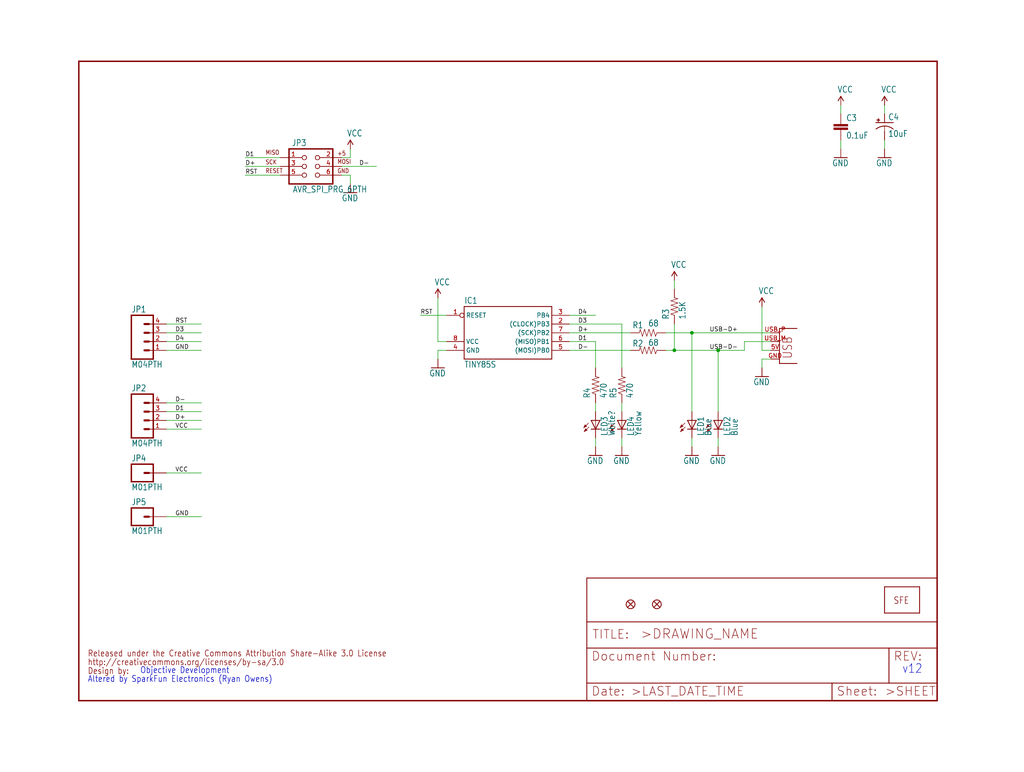
<source format=kicad_sch>
(kicad_sch (version 20211123) (generator eeschema)
  (paper "User" 297.002 223.926)
  (lib_symbols
    (symbol "schematicEagle-eagle-import:AVR_SPI_PRG_6PTH"
      (property "Value" "AVR_SPI_PRG_6PTH" (at -4.064 -7.62 0))
      (symbol "AVR_SPI_PRG_6PTH_1_0"
        (polyline (pts (xy -5.08 -5.08) (xy 7.62 -5.08)) (stroke (width 0.4064)))
        (polyline (pts (xy -5.08 5.08) (xy -5.08 -5.08)) (stroke (width 0.4064)))
        (polyline (pts (xy 7.62 -5.08) (xy 7.62 5.08)) (stroke (width 0.4064)))
        (polyline (pts (xy 7.62 5.08) (xy -5.08 5.08)) (stroke (width 0.4064)))
        (text "+5" (at 8.89 3.048 0) (effects (font (size 1.27 1.0795)) (justify left bottom)))
        (text "GND" (at 8.89 -2.032 0) (effects (font (size 1.27 1.0795)) (justify left bottom)))
        (text "MISO" (at -11.938 3.302 0) (effects (font (size 1.27 1.0795)) (justify left bottom)))
        (text "MOSI" (at 8.89 0.635 0) (effects (font (size 1.27 1.0795)) (justify left bottom)))
        (text "RESET" (at -11.938 -2.032 0) (effects (font (size 1.27 1.0795)) (justify left bottom)))
        (text "SCK" (at -11.938 0.508 0) (effects (font (size 1.27 1.0795)) (justify left bottom)))
        (pin passive inverted (at -7.62 2.54 0) (length 7.62) (name "1") (number "1"))
        (pin passive inverted (at 10.16 2.54 180) (length 7.62) (name "2") (number "2"))
        (pin passive inverted (at -7.62 0 0) (length 7.62) (name "3") (number "3"))
        (pin passive inverted (at 10.16 0 180) (length 7.62) (name "4") (number "4"))
        (pin passive inverted (at -7.62 -2.54 0) (length 7.62) (name "5") (number "5"))
        (pin passive inverted (at 10.16 -2.54 180) (length 7.62) (name "6") (number "6"))
      )
    )
    (symbol "schematicEagle-eagle-import:CAP0402-CAP"
      (property "Reference" "C" (at 1.524 2.921 0))
      (property "Value" "CAP0402-CAP" (at 1.524 -2.159 0))
      (symbol "CAP0402-CAP_1_0"
        (rectangle (start -2.032 0.508) (end 2.032 1.016) (fill (type outline)))
        (rectangle (start -2.032 1.524) (end 2.032 2.032) (fill (type outline)))
        (polyline (pts (xy 0 0) (xy 0 0.508)) (stroke (width 0.1524)))
        (polyline (pts (xy 0 2.54) (xy 0 2.032)) (stroke (width 0.1524)))
        (pin passive line (at 0 5.08 270) (length 2.54) (name "1") (number "1"))
        (pin passive line (at 0 -2.54 90) (length 2.54) (name "2") (number "2"))
      )
    )
    (symbol "schematicEagle-eagle-import:CAP_POL1206"
      (property "Reference" "C" (at 1.016 0.635 0))
      (property "Value" "CAP_POL1206" (at 1.016 -4.191 0))
      (symbol "CAP_POL1206_1_0"
        (rectangle (start -2.253 0.668) (end -1.364 0.795) (fill (type outline)))
        (rectangle (start -1.872 0.287) (end -1.745 1.176) (fill (type outline)))
        (arc (start 0 -1.0161) (mid -1.3021 -1.2302) (end -2.4669 -1.8504) (stroke (width 0.254)))
        (polyline (pts (xy -2.54 0) (xy 2.54 0)) (stroke (width 0.254)))
        (polyline (pts (xy 0 -1.016) (xy 0 -2.54)) (stroke (width 0.1524)))
        (arc (start 2.4892 -1.8542) (mid 1.3158 -1.2195) (end 0 -1) (stroke (width 0.254)))
        (pin passive line (at 0 2.54 270) (length 2.54) (name "+") (number "A"))
        (pin passive line (at 0 -5.08 90) (length 2.54) (name "-") (number "C"))
      )
    )
    (symbol "schematicEagle-eagle-import:CREATIVE_COMMONS"
      (symbol "CREATIVE_COMMONS_1_0"
        (text "Design by:" (at 0 0 0) (effects (font (size 1.778 1.5113)) (justify left bottom)))
        (text "http://creativecommons.org/licenses/by-sa/3.0" (at 0 2.54 0) (effects (font (size 1.778 1.5113)) (justify left bottom)))
        (text "Released under the Creative Commons Attribution Share-Alike 3.0 License" (at 0 5.08 0) (effects (font (size 1.778 1.5113)) (justify left bottom)))
      )
    )
    (symbol "schematicEagle-eagle-import:FIDUCIAL1X2"
      (symbol "FIDUCIAL1X2_1_0"
        (polyline (pts (xy -0.762 0.762) (xy 0.762 -0.762)) (stroke (width 0.254)))
        (polyline (pts (xy 0.762 0.762) (xy -0.762 -0.762)) (stroke (width 0.254)))
        (circle (center 0 0) (radius 1.27) (stroke (width 0.254)))
      )
    )
    (symbol "schematicEagle-eagle-import:FRAME-LETTER"
      (symbol "FRAME-LETTER_1_0"
        (polyline (pts (xy 0 0) (xy 248.92 0)) (stroke (width 0.4064)))
        (polyline (pts (xy 0 185.42) (xy 0 0)) (stroke (width 0.4064)))
        (polyline (pts (xy 0 185.42) (xy 248.92 185.42)) (stroke (width 0.4064)))
        (polyline (pts (xy 248.92 185.42) (xy 248.92 0)) (stroke (width 0.4064)))
      )
      (symbol "FRAME-LETTER_2_0"
        (polyline (pts (xy 0 0) (xy 0 5.08)) (stroke (width 0.254)))
        (polyline (pts (xy 0 0) (xy 71.12 0)) (stroke (width 0.254)))
        (polyline (pts (xy 0 5.08) (xy 0 15.24)) (stroke (width 0.254)))
        (polyline (pts (xy 0 5.08) (xy 71.12 5.08)) (stroke (width 0.254)))
        (polyline (pts (xy 0 15.24) (xy 0 22.86)) (stroke (width 0.254)))
        (polyline (pts (xy 0 22.86) (xy 0 35.56)) (stroke (width 0.254)))
        (polyline (pts (xy 0 22.86) (xy 101.6 22.86)) (stroke (width 0.254)))
        (polyline (pts (xy 71.12 0) (xy 101.6 0)) (stroke (width 0.254)))
        (polyline (pts (xy 71.12 5.08) (xy 71.12 0)) (stroke (width 0.254)))
        (polyline (pts (xy 71.12 5.08) (xy 87.63 5.08)) (stroke (width 0.254)))
        (polyline (pts (xy 87.63 5.08) (xy 101.6 5.08)) (stroke (width 0.254)))
        (polyline (pts (xy 87.63 15.24) (xy 0 15.24)) (stroke (width 0.254)))
        (polyline (pts (xy 87.63 15.24) (xy 87.63 5.08)) (stroke (width 0.254)))
        (polyline (pts (xy 101.6 5.08) (xy 101.6 0)) (stroke (width 0.254)))
        (polyline (pts (xy 101.6 15.24) (xy 87.63 15.24)) (stroke (width 0.254)))
        (polyline (pts (xy 101.6 15.24) (xy 101.6 5.08)) (stroke (width 0.254)))
        (polyline (pts (xy 101.6 22.86) (xy 101.6 15.24)) (stroke (width 0.254)))
        (polyline (pts (xy 101.6 35.56) (xy 0 35.56)) (stroke (width 0.254)))
        (polyline (pts (xy 101.6 35.56) (xy 101.6 22.86)) (stroke (width 0.254)))
        (text ">DRAWING_NAME" (at 15.494 17.78 0) (effects (font (size 2.7432 2.7432)) (justify left bottom)))
        (text ">LAST_DATE_TIME" (at 12.7 1.27 0) (effects (font (size 2.54 2.54)) (justify left bottom)))
        (text ">SHEET" (at 86.36 1.27 0) (effects (font (size 2.54 2.54)) (justify left bottom)))
        (text "Date:" (at 1.27 1.27 0) (effects (font (size 2.54 2.54)) (justify left bottom)))
        (text "Document Number:" (at 1.27 11.43 0) (effects (font (size 2.54 2.54)) (justify left bottom)))
        (text "REV:" (at 88.9 11.43 0) (effects (font (size 2.54 2.54)) (justify left bottom)))
        (text "Sheet:" (at 72.39 1.27 0) (effects (font (size 2.54 2.54)) (justify left bottom)))
        (text "TITLE:" (at 1.524 17.78 0) (effects (font (size 2.54 2.54)) (justify left bottom)))
      )
    )
    (symbol "schematicEagle-eagle-import:GND" (power)
      (property "Value" "GND" (at -2.54 -2.54 0))
      (symbol "GND_1_0"
        (polyline (pts (xy -1.905 0) (xy 1.905 0)) (stroke (width 0.254)))
        (pin power_in line (at 0 2.54 270) (length 2.54) (name "GND") (number "1"))
      )
    )
    (symbol "schematicEagle-eagle-import:LED0603"
      (property "Reference" "LED" (at 3.556 -4.572 90))
      (property "Value" "LED0603" (at 5.715 -4.572 90))
      (symbol "LED0603_1_0"
        (polyline (pts (xy -2.032 -0.762) (xy -3.429 -2.159)) (stroke (width 0.1524)))
        (polyline (pts (xy -1.905 -1.905) (xy -3.302 -3.302)) (stroke (width 0.1524)))
        (polyline (pts (xy 0 -2.54) (xy -1.27 -2.54)) (stroke (width 0.254)))
        (polyline (pts (xy 0 -2.54) (xy -1.27 0)) (stroke (width 0.254)))
        (polyline (pts (xy 0 0) (xy -1.27 0)) (stroke (width 0.254)))
        (polyline (pts (xy 0 0) (xy 0 -2.54)) (stroke (width 0.1524)))
        (polyline (pts (xy 1.27 -2.54) (xy 0 -2.54)) (stroke (width 0.254)))
        (polyline (pts (xy 1.27 0) (xy 0 -2.54)) (stroke (width 0.254)))
        (polyline (pts (xy 1.27 0) (xy 0 0)) (stroke (width 0.254)))
        (polyline (pts (xy -3.429 -2.159) (xy -3.048 -1.27) (xy -2.54 -1.778)) (fill (type outline)))
        (polyline (pts (xy -3.302 -3.302) (xy -2.921 -2.413) (xy -2.413 -2.921)) (fill (type outline)))
        (pin passive line (at 0 2.54 270) (length 2.54) (name "A") (number "A"))
        (pin passive line (at 0 -5.08 90) (length 2.54) (name "C") (number "C"))
      )
    )
    (symbol "schematicEagle-eagle-import:LOGO-SFESK"
      (symbol "LOGO-SFESK_1_0"
        (polyline (pts (xy -2.54 -2.54) (xy 7.62 -2.54)) (stroke (width 0.254)))
        (polyline (pts (xy -2.54 5.08) (xy -2.54 -2.54)) (stroke (width 0.254)))
        (polyline (pts (xy 7.62 -2.54) (xy 7.62 5.08)) (stroke (width 0.254)))
        (polyline (pts (xy 7.62 5.08) (xy -2.54 5.08)) (stroke (width 0.254)))
        (text "SFE" (at 0 0 0) (effects (font (size 1.9304 1.6408)) (justify left bottom)))
      )
    )
    (symbol "schematicEagle-eagle-import:M01PTH"
      (property "Reference" "JP" (at -2.54 3.302 0))
      (property "Value" "M01PTH" (at -2.54 -5.08 0))
      (symbol "M01PTH_1_0"
        (polyline (pts (xy -2.54 2.54) (xy -2.54 -2.54)) (stroke (width 0.4064)))
        (polyline (pts (xy -2.54 2.54) (xy 3.81 2.54)) (stroke (width 0.4064)))
        (polyline (pts (xy 1.27 0) (xy 2.54 0)) (stroke (width 0.6096)))
        (polyline (pts (xy 3.81 -2.54) (xy -2.54 -2.54)) (stroke (width 0.4064)))
        (polyline (pts (xy 3.81 -2.54) (xy 3.81 2.54)) (stroke (width 0.4064)))
        (pin passive line (at 7.62 0 180) (length 5.08) (name "1") (number "1"))
      )
    )
    (symbol "schematicEagle-eagle-import:M04PTH"
      (property "Reference" "JP" (at -5.08 8.382 0))
      (property "Value" "M04PTH" (at -5.08 -7.62 0))
      (symbol "M04PTH_1_0"
        (polyline (pts (xy -5.08 7.62) (xy -5.08 -5.08)) (stroke (width 0.4064)))
        (polyline (pts (xy -5.08 7.62) (xy 1.27 7.62)) (stroke (width 0.4064)))
        (polyline (pts (xy -1.27 -2.54) (xy 0 -2.54)) (stroke (width 0.6096)))
        (polyline (pts (xy -1.27 0) (xy 0 0)) (stroke (width 0.6096)))
        (polyline (pts (xy -1.27 2.54) (xy 0 2.54)) (stroke (width 0.6096)))
        (polyline (pts (xy -1.27 5.08) (xy 0 5.08)) (stroke (width 0.6096)))
        (polyline (pts (xy 1.27 -5.08) (xy -5.08 -5.08)) (stroke (width 0.4064)))
        (polyline (pts (xy 1.27 -5.08) (xy 1.27 7.62)) (stroke (width 0.4064)))
        (pin passive line (at 5.08 -2.54 180) (length 5.08) (name "1") (number "1"))
        (pin passive line (at 5.08 0 180) (length 5.08) (name "2") (number "2"))
        (pin passive line (at 5.08 2.54 180) (length 5.08) (name "3") (number "3"))
        (pin passive line (at 5.08 5.08 180) (length 5.08) (name "4") (number "4"))
      )
    )
    (symbol "schematicEagle-eagle-import:RESISTOR0402-RES"
      (property "Reference" "R" (at -3.81 1.4986 0))
      (property "Value" "RESISTOR0402-RES" (at -3.81 -3.302 0))
      (symbol "RESISTOR0402-RES_1_0"
        (polyline (pts (xy -2.54 0) (xy -2.159 1.016)) (stroke (width 0.1524)))
        (polyline (pts (xy -2.159 1.016) (xy -1.524 -1.016)) (stroke (width 0.1524)))
        (polyline (pts (xy -1.524 -1.016) (xy -0.889 1.016)) (stroke (width 0.1524)))
        (polyline (pts (xy -0.889 1.016) (xy -0.254 -1.016)) (stroke (width 0.1524)))
        (polyline (pts (xy -0.254 -1.016) (xy 0.381 1.016)) (stroke (width 0.1524)))
        (polyline (pts (xy 0.381 1.016) (xy 1.016 -1.016)) (stroke (width 0.1524)))
        (polyline (pts (xy 1.016 -1.016) (xy 1.651 1.016)) (stroke (width 0.1524)))
        (polyline (pts (xy 1.651 1.016) (xy 2.286 -1.016)) (stroke (width 0.1524)))
        (polyline (pts (xy 2.286 -1.016) (xy 2.54 0)) (stroke (width 0.1524)))
        (pin passive line (at -5.08 0 0) (length 2.54) (name "1") (number "1"))
        (pin passive line (at 5.08 0 180) (length 2.54) (name "2") (number "2"))
      )
    )
    (symbol "schematicEagle-eagle-import:TINY85S"
      (property "Reference" "IC" (at -12.7 8.382 0))
      (property "Value" "TINY85S" (at -12.7 -10.16 0))
      (symbol "TINY85S_1_0"
        (polyline (pts (xy -12.7 -7.62) (xy 12.7 -7.62)) (stroke (width 0.254)))
        (polyline (pts (xy -12.7 7.62) (xy -12.7 -7.62)) (stroke (width 0.254)))
        (polyline (pts (xy 12.7 -7.62) (xy 12.7 7.62)) (stroke (width 0.254)))
        (polyline (pts (xy 12.7 7.62) (xy -12.7 7.62)) (stroke (width 0.254)))
        (pin input inverted (at -17.78 5.08 0) (length 5.08) (name "RESET") (number "1"))
        (pin bidirectional line (at 17.78 2.54 180) (length 5.08) (name "(CLOCK)PB3") (number "2"))
        (pin bidirectional line (at 17.78 5.08 180) (length 5.08) (name "PB4") (number "3"))
        (pin power_in line (at -17.78 -5.08 0) (length 5.08) (name "GND") (number "4"))
        (pin bidirectional line (at 17.78 -5.08 180) (length 5.08) (name "(MOSI)PB0") (number "5"))
        (pin bidirectional line (at 17.78 -2.54 180) (length 5.08) (name "(MISO)PB1") (number "6"))
        (pin bidirectional line (at 17.78 0 180) (length 5.08) (name "(SCK)PB2") (number "7"))
        (pin power_in line (at -17.78 -2.54 0) (length 5.08) (name "VCC") (number "8"))
      )
    )
    (symbol "schematicEagle-eagle-import:USBPCB"
      (symbol "USBPCB_1_0"
        (polyline (pts (xy 0 -1.27) (xy 5.08 -1.27)) (stroke (width 0.254)))
        (polyline (pts (xy 0 8.89) (xy 0 -1.27)) (stroke (width 0.254)))
        (polyline (pts (xy 5.08 8.89) (xy 0 8.89)) (stroke (width 0.254)))
        (text "USB" (at 3.81 0 900) (effects (font (size 2.54 2.159)) (justify left bottom)))
        (pin bidirectional line (at -2.54 2.54 0) (length 2.54) (name "VBUS") (number "5V"))
        (pin bidirectional line (at -2.54 0 0) (length 2.54) (name "GND") (number "GND"))
        (pin bidirectional line (at -2.54 5.08 0) (length 2.54) (name "D-") (number "USB_M"))
        (pin bidirectional line (at -2.54 7.62 0) (length 2.54) (name "D+") (number "USB_P"))
      )
    )
    (symbol "schematicEagle-eagle-import:VCC" (power)
      (property "Value" "VCC" (at -1.016 3.556 0))
      (symbol "VCC_1_0"
        (polyline (pts (xy 0 2.54) (xy -0.762 1.27)) (stroke (width 0.254)))
        (polyline (pts (xy 0.762 1.27) (xy 0 2.54)) (stroke (width 0.254)))
        (pin power_in line (at 0 0 90) (length 2.54) (name "VCC") (number "1"))
      )
    )
  )
  (junction (at 195.58 101.6))
  (junction (at 200.66 96.52))
  (junction (at 208.28 101.6))
  (wire (pts (xy 48.26 96.52) (xy 58.42 96.52)))
  (wire (pts (xy 48.26 119.38) (xy 58.42 119.38)))
  (wire (pts (xy 48.26 116.84) (xy 58.42 116.84)))
  (wire (pts (xy 182.88 101.6) (xy 165.1 101.6)))
  (wire (pts (xy 208.28 129.54) (xy 208.28 127)))
  (wire (pts (xy 200.66 119.38) (xy 200.66 96.52)))
  (wire (pts (xy 256.54 43.18) (xy 256.54 40.64)))
  (wire (pts (xy 220.98 101.6) (xy 220.98 88.9)))
  (wire (pts (xy 48.26 101.6) (xy 58.42 101.6)))
  (wire (pts (xy 81.28 48.26) (xy 71.12 48.26)))
  (wire (pts (xy 200.66 96.52) (xy 223.52 96.52)))
  (wire (pts (xy 165.1 96.52) (xy 182.88 96.52)))
  (wire (pts (xy 165.1 99.06) (xy 172.72 99.06)))
  (wire (pts (xy 48.26 99.06) (xy 58.42 99.06)))
  (wire (pts (xy 223.52 99.06) (xy 215.9 99.06)))
  (wire (pts (xy 180.34 119.38) (xy 180.34 116.84)))
  (wire (pts (xy 127 99.06) (xy 127 86.36)))
  (wire (pts (xy 48.26 137.16) (xy 58.42 137.16)))
  (wire (pts (xy 208.28 101.6) (xy 215.9 101.6)))
  (wire (pts (xy 220.98 104.14) (xy 220.98 106.68)))
  (wire (pts (xy 208.28 119.38) (xy 208.28 101.6)))
  (wire (pts (xy 101.6 50.8) (xy 101.6 53.34)))
  (wire (pts (xy 101.6 45.72) (xy 101.6 43.18)))
  (wire (pts (xy 243.84 33.02) (xy 243.84 30.48)))
  (wire (pts (xy 243.84 43.18) (xy 243.84 40.64)))
  (wire (pts (xy 48.26 121.92) (xy 58.42 121.92)))
  (wire (pts (xy 195.58 101.6) (xy 208.28 101.6)))
  (wire (pts (xy 200.66 129.54) (xy 200.66 127)))
  (wire (pts (xy 215.9 99.06) (xy 215.9 101.6)))
  (wire (pts (xy 129.54 101.6) (xy 127 101.6)))
  (wire (pts (xy 180.34 129.54) (xy 180.34 127)))
  (wire (pts (xy 195.58 101.6) (xy 195.58 93.98)))
  (wire (pts (xy 48.26 93.98) (xy 58.42 93.98)))
  (wire (pts (xy 193.04 96.52) (xy 200.66 96.52)))
  (wire (pts (xy 172.72 119.38) (xy 172.72 116.84)))
  (wire (pts (xy 81.28 45.72) (xy 71.12 45.72)))
  (wire (pts (xy 223.52 104.14) (xy 220.98 104.14)))
  (wire (pts (xy 99.06 45.72) (xy 101.6 45.72)))
  (wire (pts (xy 223.52 101.6) (xy 220.98 101.6)))
  (wire (pts (xy 81.28 50.8) (xy 71.12 50.8)))
  (wire (pts (xy 127 104.14) (xy 127 101.6)))
  (wire (pts (xy 165.1 91.44) (xy 172.72 91.44)))
  (wire (pts (xy 172.72 129.54) (xy 172.72 127)))
  (wire (pts (xy 129.54 99.06) (xy 127 99.06)))
  (wire (pts (xy 129.54 91.44) (xy 121.92 91.44)))
  (wire (pts (xy 180.34 93.98) (xy 180.34 106.68)))
  (wire (pts (xy 193.04 101.6) (xy 195.58 101.6)))
  (wire (pts (xy 195.58 81.28) (xy 195.58 83.82)))
  (wire (pts (xy 99.06 48.26) (xy 109.22 48.26)))
  (wire (pts (xy 256.54 33.02) (xy 256.54 30.48)))
  (wire (pts (xy 48.26 149.86) (xy 58.42 149.86)))
  (wire (pts (xy 48.26 124.46) (xy 58.42 124.46)))
  (wire (pts (xy 165.1 93.98) (xy 180.34 93.98)))
  (wire (pts (xy 172.72 99.06) (xy 172.72 106.68)))
  (wire (pts (xy 99.06 50.8) (xy 101.6 50.8)))
  (text "Altered by SparkFun Electronics (Ryan Owens)" (at 25.4 198.12 180) (effects (font (size 1.778 1.5113)) (justify left bottom)))
  (text "v12" (at 261.62 195.58 180) (effects (font (size 2.54 2.159)) (justify left bottom)))
  (text "Objective Development" (at 40.64 195.58 180) (effects (font (size 1.778 1.5113)) (justify left bottom)))
  (label "D+" (at 71.12 48.26 0) (effects (font (size 1.2446 1.2446))))
  (label "D1" (at 167.64 99.06 0) (effects (font (size 1.2446 1.2446))))
  (label "D+" (at 50.8 121.92 0) (effects (font (size 1.2446 1.2446))))
  (label "D+" (at 167.64 96.52 0) (effects (font (size 1.2446 1.2446))))
  (label "VCC" (at 50.8 137.16 0) (effects (font (size 1.2446 1.2446))))
  (label "RST" (at 121.92 91.44 0) (effects (font (size 1.2446 1.2446))))
  (label "VCC" (at 50.8 124.46 0) (effects (font (size 1.2446 1.2446))))
  (label "RST" (at 71.12 50.8 0) (effects (font (size 1.2446 1.2446))))
  (label "D4" (at 167.64 91.44 0) (effects (font (size 1.2446 1.2446))))
  (label "D-" (at 50.8 116.84 0) (effects (font (size 1.2446 1.2446))))
  (label "D-" (at 104.14 48.26 0) (effects (font (size 1.2446 1.2446))))
  (label "USB-D-" (at 205.74 101.6 0) (effects (font (size 1.2446 1.2446))))
  (label "D4" (at 50.8 99.06 0) (effects (font (size 1.2446 1.2446))))
  (label "GND" (at 50.8 149.86 0) (effects (font (size 1.2446 1.2446))))
  (label "D1" (at 71.12 45.72 0) (effects (font (size 1.2446 1.2446))))
  (label "D-" (at 167.64 101.6 0) (effects (font (size 1.2446 1.2446))))
  (label "D1" (at 50.8 119.38 0) (effects (font (size 1.2446 1.2446))))
  (label "RST" (at 50.8 93.98 0) (effects (font (size 1.2446 1.2446))))
  (label "D3" (at 50.8 96.52 0) (effects (font (size 1.2446 1.2446))))
  (label "GND" (at 50.8 101.6 0) (effects (font (size 1.2446 1.2446))))
  (label "USB-D+" (at 205.74 96.52 0) (effects (font (size 1.2446 1.2446))))
  (label "D3" (at 167.64 93.98 0) (effects (font (size 1.2446 1.2446))))
  (symbol (lib_id "schematicEagle-eagle-import:GND") (at 243.84 45.72 0) (unit 1)
    (property "Reference" "#GND5" (effects hide))
    (property "Value" "GND" (at 241.3 48.26 0) (effects (font (size 1.778 1.5113)) (justify left bottom)))
    (property "Footprint" "schematicEagle:" (effects hide))
  )
  (symbol (lib_id "schematicEagle-eagle-import:GND") (at 200.66 132.08 0) (unit 1)
    (property "Reference" "#GND1" (effects hide))
    (property "Value" "GND" (at 198.12 134.62 0) (effects (font (size 1.778 1.5113)) (justify left bottom)))
    (property "Footprint" "schematicEagle:" (effects hide))
  )
  (symbol (lib_id "schematicEagle-eagle-import:GND") (at 256.54 45.72 0) (unit 1)
    (property "Reference" "#GND6" (effects hide))
    (property "Value" "GND" (at 254 48.26 0) (effects (font (size 1.778 1.5113)) (justify left bottom)))
    (property "Footprint" "schematicEagle:" (effects hide))
  )
  (symbol (lib_id "schematicEagle-eagle-import:VCC") (at 220.98 88.9 0) (unit 1)
    (property "Reference" "#P+1" (effects hide))
    (property "Value" "VCC" (at 219.964 85.344 0) (effects (font (size 1.778 1.5113)) (justify left bottom)))
    (property "Footprint" "schematicEagle:" (effects hide))
  )
  (symbol (lib_id "schematicEagle-eagle-import:LED0603") (at 172.72 121.92 0) (unit 1)
    (property "Reference" "LED3" (at 176.276 126.492 90) (effects (font (size 1.778 1.5113)) (justify left bottom)))
    (property "Value" "White?" (at 178.435 126.492 90) (effects (font (size 1.778 1.5113)) (justify left bottom)))
    (property "Footprint" "schematicEagle:LED-0603" (effects hide))
  )
  (symbol (lib_id "schematicEagle-eagle-import:VCC") (at 243.84 30.48 0) (unit 1)
    (property "Reference" "#P+2" (effects hide))
    (property "Value" "VCC" (at 242.824 26.924 0) (effects (font (size 1.778 1.5113)) (justify left bottom)))
    (property "Footprint" "schematicEagle:" (effects hide))
  )
  (symbol (lib_id "schematicEagle-eagle-import:VCC") (at 256.54 30.48 0) (unit 1)
    (property "Reference" "#P+4" (effects hide))
    (property "Value" "VCC" (at 255.524 26.924 0) (effects (font (size 1.778 1.5113)) (justify left bottom)))
    (property "Footprint" "schematicEagle:" (effects hide))
  )
  (symbol (lib_id "schematicEagle-eagle-import:RESISTOR0402-RES") (at 187.96 96.52 180) (unit 1)
    (property "Reference" "R1" (at 183.388 95.25 0) (effects (font (size 1.778 1.5113)) (justify right top)))
    (property "Value" "68" (at 187.96 94.742 0) (effects (font (size 1.778 1.5113)) (justify right top)))
    (property "Footprint" "schematicEagle:0402-RES" (effects hide))
  )
  (symbol (lib_id "schematicEagle-eagle-import:GND") (at 208.28 132.08 0) (unit 1)
    (property "Reference" "#GND2" (effects hide))
    (property "Value" "GND" (at 205.74 134.62 0) (effects (font (size 1.778 1.5113)) (justify left bottom)))
    (property "Footprint" "schematicEagle:" (effects hide))
  )
  (symbol (lib_id "schematicEagle-eagle-import:FRAME-LETTER") (at 170.18 203.2 0) (unit 2)
    (property "Reference" "#FRAME2" (effects hide))
    (property "Value" "FRAME-LETTER" (effects hide))
    (property "Footprint" "schematicEagle:" (effects hide))
  )
  (symbol (lib_id "schematicEagle-eagle-import:CAP0402-CAP") (at 243.84 38.1 0) (unit 1)
    (property "Reference" "C3" (at 245.364 35.179 0) (effects (font (size 1.778 1.5113)) (justify left bottom)))
    (property "Value" "0.1uF" (at 245.364 40.259 0) (effects (font (size 1.778 1.5113)) (justify left bottom)))
    (property "Footprint" "schematicEagle:0402-CAP" (effects hide))
  )
  (symbol (lib_id "schematicEagle-eagle-import:CAP_POL1206") (at 256.54 35.56 0) (unit 1)
    (property "Reference" "C4" (at 257.556 34.925 0) (effects (font (size 1.778 1.5113)) (justify left bottom)))
    (property "Value" "10uF" (at 257.556 39.751 0) (effects (font (size 1.778 1.5113)) (justify left bottom)))
    (property "Footprint" "schematicEagle:EIA3216" (effects hide))
  )
  (symbol (lib_id "schematicEagle-eagle-import:GND") (at 180.34 132.08 0) (unit 1)
    (property "Reference" "#GND4" (effects hide))
    (property "Value" "GND" (at 177.8 134.62 0) (effects (font (size 1.778 1.5113)) (justify left bottom)))
    (property "Footprint" "schematicEagle:" (effects hide))
  )
  (symbol (lib_id "schematicEagle-eagle-import:GND") (at 127 106.68 0) (unit 1)
    (property "Reference" "#GND3" (effects hide))
    (property "Value" "GND" (at 124.46 109.22 0) (effects (font (size 1.778 1.5113)) (justify left bottom)))
    (property "Footprint" "schematicEagle:" (effects hide))
  )
  (symbol (lib_id "schematicEagle-eagle-import:FRAME-LETTER") (at 22.86 203.2 0) (unit 1)
    (property "Reference" "#FRAME2" (effects hide))
    (property "Value" "FRAME-LETTER" (effects hide))
    (property "Footprint" "schematicEagle:" (effects hide))
  )
  (symbol (lib_id "schematicEagle-eagle-import:GND") (at 172.72 132.08 0) (unit 1)
    (property "Reference" "#GND8" (effects hide))
    (property "Value" "GND" (at 170.18 134.62 0) (effects (font (size 1.778 1.5113)) (justify left bottom)))
    (property "Footprint" "schematicEagle:" (effects hide))
  )
  (symbol (lib_id "schematicEagle-eagle-import:USBPCB") (at 226.06 104.14 0) (unit 1)
    (property "Reference" "X1" (effects hide))
    (property "Value" "USBPCB" (effects hide))
    (property "Footprint" "schematicEagle:USB-A-PCB" (effects hide))
  )
  (symbol (lib_id "schematicEagle-eagle-import:M01PTH") (at 40.64 149.86 0) (unit 1)
    (property "Reference" "JP5" (at 38.1 146.558 0) (effects (font (size 1.778 1.5113)) (justify left bottom)))
    (property "Value" "M01PTH" (at 38.1 154.94 0) (effects (font (size 1.778 1.5113)) (justify left bottom)))
    (property "Footprint" "schematicEagle:1X01" (effects hide))
  )
  (symbol (lib_id "schematicEagle-eagle-import:LED0603") (at 208.28 121.92 0) (unit 1)
    (property "Reference" "LED2" (at 211.836 126.492 90) (effects (font (size 1.778 1.5113)) (justify left bottom)))
    (property "Value" "Blue" (at 213.995 126.492 90) (effects (font (size 1.778 1.5113)) (justify left bottom)))
    (property "Footprint" "schematicEagle:LED-0603" (effects hide))
  )
  (symbol (lib_id "schematicEagle-eagle-import:VCC") (at 195.58 81.28 0) (unit 1)
    (property "Reference" "#P+3" (effects hide))
    (property "Value" "VCC" (at 194.564 77.724 0) (effects (font (size 1.778 1.5113)) (justify left bottom)))
    (property "Footprint" "schematicEagle:" (effects hide))
  )
  (symbol (lib_id "schematicEagle-eagle-import:RESISTOR0402-RES") (at 195.58 88.9 90) (unit 1)
    (property "Reference" "R3" (at 194.0814 92.71 0) (effects (font (size 1.778 1.5113)) (justify left bottom)))
    (property "Value" "1.5K" (at 198.882 92.71 0) (effects (font (size 1.778 1.5113)) (justify left bottom)))
    (property "Footprint" "schematicEagle:0402-RES" (effects hide))
  )
  (symbol (lib_id "schematicEagle-eagle-import:RESISTOR0402-RES") (at 180.34 111.76 90) (unit 1)
    (property "Reference" "R5" (at 178.8414 115.57 0) (effects (font (size 1.778 1.5113)) (justify left bottom)))
    (property "Value" "470" (at 183.642 115.57 0) (effects (font (size 1.778 1.5113)) (justify left bottom)))
    (property "Footprint" "schematicEagle:0402-RES" (effects hide))
  )
  (symbol (lib_id "schematicEagle-eagle-import:TINY85S") (at 147.32 96.52 0) (unit 1)
    (property "Reference" "IC1" (at 134.62 88.138 0) (effects (font (size 1.778 1.5113)) (justify left bottom)))
    (property "Value" "TINY85S" (at 134.62 106.68 0) (effects (font (size 1.778 1.5113)) (justify left bottom)))
    (property "Footprint" "schematicEagle:SOIC8" (effects hide))
  )
  (symbol (lib_id "schematicEagle-eagle-import:GND") (at 101.6 55.88 0) (unit 1)
    (property "Reference" "#GND9" (effects hide))
    (property "Value" "GND" (at 99.06 58.42 0) (effects (font (size 1.778 1.5113)) (justify left bottom)))
    (property "Footprint" "schematicEagle:" (effects hide))
  )
  (symbol (lib_id "schematicEagle-eagle-import:FIDUCIAL1X2") (at 190.5 175.26 0) (unit 1)
    (property "Reference" "U$3" (effects hide))
    (property "Value" "FIDUCIAL1X2" (effects hide))
    (property "Footprint" "schematicEagle:FIDUCIAL-1X2" (effects hide))
  )
  (symbol (lib_id "schematicEagle-eagle-import:LED0603") (at 180.34 121.92 0) (unit 1)
    (property "Reference" "LED4" (at 183.896 126.492 90) (effects (font (size 1.778 1.5113)) (justify left bottom)))
    (property "Value" "Yellow" (at 186.055 126.492 90) (effects (font (size 1.778 1.5113)) (justify left bottom)))
    (property "Footprint" "schematicEagle:LED-0603" (effects hide))
  )
  (symbol (lib_id "schematicEagle-eagle-import:RESISTOR0402-RES") (at 172.72 111.76 90) (unit 1)
    (property "Reference" "R4" (at 171.2214 115.57 0) (effects (font (size 1.778 1.5113)) (justify left bottom)))
    (property "Value" "470" (at 176.022 115.57 0) (effects (font (size 1.778 1.5113)) (justify left bottom)))
    (property "Footprint" "schematicEagle:0402-RES" (effects hide))
  )
  (symbol (lib_id "schematicEagle-eagle-import:LED0603") (at 200.66 121.92 0) (unit 1)
    (property "Reference" "LED1" (at 204.216 126.492 90) (effects (font (size 1.778 1.5113)) (justify left bottom)))
    (property "Value" "Blue" (at 206.375 126.492 90) (effects (font (size 1.778 1.5113)) (justify left bottom)))
    (property "Footprint" "schematicEagle:LED-0603" (effects hide))
  )
  (symbol (lib_id "schematicEagle-eagle-import:LOGO-SFESK") (at 259.08 175.26 0) (unit 1)
    (property "Reference" "U$1" (effects hide))
    (property "Value" "LOGO-SFESK" (effects hide))
    (property "Footprint" "schematicEagle:SFE-LOGO-FLAME" (effects hide))
  )
  (symbol (lib_id "schematicEagle-eagle-import:GND") (at 220.98 109.22 0) (unit 1)
    (property "Reference" "#GND7" (effects hide))
    (property "Value" "GND" (at 218.44 111.76 0) (effects (font (size 1.778 1.5113)) (justify left bottom)))
    (property "Footprint" "schematicEagle:" (effects hide))
  )
  (symbol (lib_id "schematicEagle-eagle-import:FIDUCIAL1X2") (at 182.88 175.26 0) (unit 1)
    (property "Reference" "U$2" (effects hide))
    (property "Value" "FIDUCIAL1X2" (effects hide))
    (property "Footprint" "schematicEagle:FIDUCIAL-1X2" (effects hide))
  )
  (symbol (lib_id "schematicEagle-eagle-import:CREATIVE_COMMONS") (at 25.4 195.58 0) (unit 1)
    (property "Reference" "U$4" (effects hide))
    (property "Value" "CREATIVE_COMMONS" (effects hide))
    (property "Footprint" "schematicEagle:CREATIVE_COMMONS" (effects hide))
  )
  (symbol (lib_id "schematicEagle-eagle-import:AVR_SPI_PRG_6PTH") (at 88.9 48.26 0) (unit 1)
    (property "Reference" "JP3" (at 84.582 42.418 0) (effects (font (size 1.778 1.5113)) (justify left bottom)))
    (property "Value" "AVR_SPI_PRG_6PTH" (at 84.836 55.88 0) (effects (font (size 1.778 1.5113)) (justify left bottom)))
    (property "Footprint" "schematicEagle:2X3" (effects hide))
  )
  (symbol (lib_id "schematicEagle-eagle-import:M04PTH") (at 43.18 99.06 0) (unit 1)
    (property "Reference" "JP1" (at 38.1 90.678 0) (effects (font (size 1.778 1.5113)) (justify left bottom)))
    (property "Value" "M04PTH" (at 38.1 106.68 0) (effects (font (size 1.778 1.5113)) (justify left bottom)))
    (property "Footprint" "schematicEagle:1X04" (effects hide))
  )
  (symbol (lib_id "schematicEagle-eagle-import:VCC") (at 127 86.36 0) (unit 1)
    (property "Reference" "#P+5" (effects hide))
    (property "Value" "VCC" (at 125.984 82.804 0) (effects (font (size 1.778 1.5113)) (justify left bottom)))
    (property "Footprint" "schematicEagle:" (effects hide))
  )
  (symbol (lib_id "schematicEagle-eagle-import:RESISTOR0402-RES") (at 187.96 101.6 180) (unit 1)
    (property "Reference" "R2" (at 183.388 100.584 0) (effects (font (size 1.778 1.5113)) (justify right top)))
    (property "Value" "68" (at 187.96 100.33 0) (effects (font (size 1.778 1.5113)) (justify right top)))
    (property "Footprint" "schematicEagle:0402-RES" (effects hide))
  )
  (symbol (lib_id "schematicEagle-eagle-import:M04PTH") (at 43.18 121.92 0) (unit 1)
    (property "Reference" "JP2" (at 38.1 113.538 0) (effects (font (size 1.778 1.5113)) (justify left bottom)))
    (property "Value" "M04PTH" (at 38.1 129.54 0) (effects (font (size 1.778 1.5113)) (justify left bottom)))
    (property "Footprint" "schematicEagle:1X04" (effects hide))
  )
  (symbol (lib_id "schematicEagle-eagle-import:VCC") (at 101.6 43.18 0) (unit 1)
    (property "Reference" "#P+6" (effects hide))
    (property "Value" "VCC" (at 100.584 39.624 0) (effects (font (size 1.778 1.5113)) (justify left bottom)))
    (property "Footprint" "schematicEagle:" (effects hide))
  )
  (symbol (lib_id "schematicEagle-eagle-import:M01PTH") (at 40.64 137.16 0) (unit 1)
    (property "Reference" "JP4" (at 38.1 133.858 0) (effects (font (size 1.778 1.5113)) (justify left bottom)))
    (property "Value" "M01PTH" (at 38.1 142.24 0) (effects (font (size 1.778 1.5113)) (justify left bottom)))
    (property "Footprint" "schematicEagle:1X01" (effects hide))
  )
)
</source>
